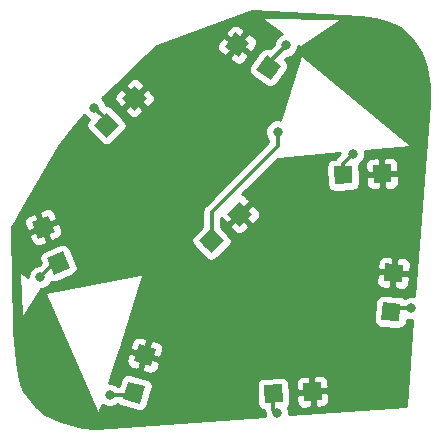
<source format=gtl>
G04 #@! TF.GenerationSoftware,KiCad,Pcbnew,(5.0.0)*
G04 #@! TF.CreationDate,2018-10-20T01:37:56+02:00*
G04 #@! TF.ProjectId,rubylife,727562796C6966652E6B696361645F70,rev?*
G04 #@! TF.SameCoordinates,Original*
G04 #@! TF.FileFunction,Copper,L1,Top,Signal*
G04 #@! TF.FilePolarity,Positive*
%FSLAX46Y46*%
G04 Gerber Fmt 4.6, Leading zero omitted, Abs format (unit mm)*
G04 Created by KiCad (PCBNEW (5.0.0)) date 10/20/18 01:37:56*
%MOMM*%
%LPD*%
G01*
G04 APERTURE LIST*
G04 #@! TA.AperFunction,SMDPad,CuDef*
%ADD10C,1.500000*%
G04 #@! TD*
G04 #@! TA.AperFunction,Conductor*
%ADD11C,0.100000*%
G04 #@! TD*
G04 #@! TA.AperFunction,ViaPad*
%ADD12C,0.800000*%
G04 #@! TD*
G04 #@! TA.AperFunction,Conductor*
%ADD13C,0.300000*%
G04 #@! TD*
G04 #@! TA.AperFunction,Conductor*
%ADD14C,0.254000*%
G04 #@! TD*
G04 APERTURE END LIST*
D10*
G04 #@! TO.P,D1,2*
G04 #@! TO.N,VCC*
X115506734Y-63374703D03*
D11*
G04 #@! TD*
G04 #@! TO.N,VCC*
G04 #@! TO.C,D1*
G36*
X115543751Y-62314689D02*
X116566748Y-63411720D01*
X115469717Y-64434717D01*
X114446720Y-63337686D01*
X115543751Y-62314689D01*
X115543751Y-62314689D01*
G37*
D10*
G04 #@! TO.P,D1,1*
G04 #@! TO.N,Net-(D1-Pad1)*
X113093266Y-65625297D03*
D11*
G04 #@! TD*
G04 #@! TO.N,Net-(D1-Pad1)*
G04 #@! TO.C,D1*
G36*
X113130283Y-64565283D02*
X114153280Y-65662314D01*
X113056249Y-66685311D01*
X112033252Y-65588280D01*
X113130283Y-64565283D01*
X113130283Y-64565283D01*
G37*
D10*
G04 #@! TO.P,D2,2*
G04 #@! TO.N,VCC*
X98855294Y-64481167D03*
D11*
G04 #@! TD*
G04 #@! TO.N,VCC*
G04 #@! TO.C,D2*
G36*
X97871867Y-64083837D02*
X99252624Y-63497740D01*
X99838721Y-64878497D01*
X98457964Y-65464594D01*
X97871867Y-64083837D01*
X97871867Y-64083837D01*
G37*
D10*
G04 #@! TO.P,D2,1*
G04 #@! TO.N,Net-(D2-Pad1)*
X100144706Y-67518833D03*
D11*
G04 #@! TD*
G04 #@! TO.N,Net-(D2-Pad1)*
G04 #@! TO.C,D2*
G36*
X99161279Y-67121503D02*
X100542036Y-66535406D01*
X101128133Y-67916163D01*
X99747376Y-68502260D01*
X99161279Y-67121503D01*
X99161279Y-67121503D01*
G37*
D10*
G04 #@! TO.P,D3,2*
G04 #@! TO.N,VCC*
X115265122Y-49030154D03*
D11*
G04 #@! TD*
G04 #@! TO.N,VCC*
G04 #@! TO.C,D3*
G36*
X114217520Y-49196078D02*
X115099198Y-47982552D01*
X116312724Y-48864230D01*
X115431046Y-50077756D01*
X114217520Y-49196078D01*
X114217520Y-49196078D01*
G37*
D10*
G04 #@! TO.P,D3,1*
G04 #@! TO.N,Net-(D3-Pad1)*
X117934878Y-50969846D03*
D11*
G04 #@! TD*
G04 #@! TO.N,Net-(D3-Pad1)*
G04 #@! TO.C,D3*
G36*
X116887276Y-51135770D02*
X117768954Y-49922244D01*
X118982480Y-50803922D01*
X118100802Y-52017448D01*
X116887276Y-51135770D01*
X116887276Y-51135770D01*
G37*
D10*
G04 #@! TO.P,D4,2*
G04 #@! TO.N,VCC*
X107454802Y-75313918D03*
D11*
G04 #@! TD*
G04 #@! TO.N,VCC*
G04 #@! TO.C,D4*
G36*
X106940584Y-74386244D02*
X108382476Y-74799700D01*
X107969020Y-76241592D01*
X106527128Y-75828136D01*
X106940584Y-74386244D01*
X106940584Y-74386244D01*
G37*
D10*
G04 #@! TO.P,D4,1*
G04 #@! TO.N,Net-(D4-Pad1)*
X106545198Y-78486082D03*
D11*
G04 #@! TD*
G04 #@! TO.N,Net-(D4-Pad1)*
G04 #@! TO.C,D4*
G36*
X106030980Y-77558408D02*
X107472872Y-77971864D01*
X107059416Y-79413756D01*
X105617524Y-79000300D01*
X106030980Y-77558408D01*
X106030980Y-77558408D01*
G37*
D10*
G04 #@! TO.P,D5,2*
G04 #@! TO.N,VCC*
X127548995Y-59942416D03*
D11*
G04 #@! TD*
G04 #@! TO.N,VCC*
G04 #@! TO.C,D5*
G36*
X128272363Y-59166698D02*
X128324713Y-60665784D01*
X126825627Y-60718134D01*
X126773277Y-59219048D01*
X128272363Y-59166698D01*
X128272363Y-59166698D01*
G37*
D10*
G04 #@! TO.P,D5,1*
G04 #@! TO.N,Net-(D5-Pad1)*
X124251005Y-60057584D03*
D11*
G04 #@! TD*
G04 #@! TO.N,Net-(D5-Pad1)*
G04 #@! TO.C,D5*
G36*
X124974373Y-59281866D02*
X125026723Y-60780952D01*
X123527637Y-60833302D01*
X123475287Y-59334216D01*
X124974373Y-59281866D01*
X124974373Y-59281866D01*
G37*
D10*
G04 #@! TO.P,D6,2*
G04 #@! TO.N,VCC*
X106586911Y-53553814D03*
D11*
G04 #@! TD*
G04 #@! TO.N,VCC*
G04 #@! TO.C,D6*
G36*
X106605422Y-52493315D02*
X107647410Y-53572325D01*
X106568400Y-54614313D01*
X105526412Y-53535303D01*
X106605422Y-52493315D01*
X106605422Y-52493315D01*
G37*
D10*
G04 #@! TO.P,D6,1*
G04 #@! TO.N,Net-(D6-Pad1)*
X104213089Y-55846186D03*
D11*
G04 #@! TD*
G04 #@! TO.N,Net-(D6-Pad1)*
G04 #@! TO.C,D6*
G36*
X104231600Y-54785687D02*
X105273588Y-55864697D01*
X104194578Y-56906685D01*
X103152590Y-55827675D01*
X104231600Y-54785687D01*
X104231600Y-54785687D01*
G37*
D10*
G04 #@! TO.P,D7,2*
G04 #@! TO.N,VCC*
X121647732Y-78413646D03*
D11*
G04 #@! TD*
G04 #@! TO.N,VCC*
G04 #@! TO.C,D7*
G36*
X122357452Y-77625422D02*
X122435956Y-79123366D01*
X120938012Y-79201870D01*
X120859508Y-77703926D01*
X122357452Y-77625422D01*
X122357452Y-77625422D01*
G37*
D10*
G04 #@! TO.P,D7,1*
G04 #@! TO.N,Net-(D7-Pad1)*
X118352254Y-78586354D03*
D11*
G04 #@! TD*
G04 #@! TO.N,Net-(D7-Pad1)*
G04 #@! TO.C,D7*
G36*
X119061974Y-77798130D02*
X119140478Y-79296074D01*
X117642534Y-79374578D01*
X117564030Y-77876634D01*
X119061974Y-77798130D01*
X119061974Y-77798130D01*
G37*
D10*
G04 #@! TO.P,D8,2*
G04 #@! TO.N,VCC*
X128515098Y-68354019D03*
D11*
G04 #@! TD*
G04 #@! TO.N,VCC*
G04 #@! TO.C,D8*
G36*
X127819242Y-67553529D02*
X129315588Y-67658163D01*
X129210954Y-69154509D01*
X127714608Y-69049875D01*
X127819242Y-67553529D01*
X127819242Y-67553529D01*
G37*
D10*
G04 #@! TO.P,D8,1*
G04 #@! TO.N,Net-(D8-Pad1)*
X128284902Y-71645981D03*
D11*
G04 #@! TD*
G04 #@! TO.N,Net-(D8-Pad1)*
G04 #@! TO.C,D8*
G36*
X127589046Y-70845491D02*
X129085392Y-70950125D01*
X128980758Y-72446471D01*
X127484412Y-72341837D01*
X127589046Y-70845491D01*
X127589046Y-70845491D01*
G37*
D12*
G04 #@! TO.N,VCC*
X129000000Y-79100000D03*
X97000000Y-72900000D03*
X124900000Y-47000000D03*
G04 #@! TO.N,Net-(D1-Pad1)*
X118700000Y-56400000D03*
G04 #@! TO.N,Net-(D2-Pad1)*
X98600000Y-68700000D03*
G04 #@! TO.N,Net-(D3-Pad1)*
X119400000Y-49100000D03*
G04 #@! TO.N,Net-(D4-Pad1)*
X104500000Y-78700000D03*
G04 #@! TO.N,Net-(D5-Pad1)*
X125050000Y-58300000D03*
G04 #@! TO.N,Net-(D6-Pad1)*
X103183098Y-54387397D03*
G04 #@! TO.N,Net-(D7-Pad1)*
X118645686Y-80238923D03*
G04 #@! TO.N,Net-(D8-Pad1)*
X130003581Y-71343432D03*
G04 #@! TD*
D13*
G04 #@! TO.N,Net-(D1-Pad1)*
X118700000Y-57600000D02*
X118700000Y-56400000D01*
X113112673Y-65220698D02*
X113112673Y-63187327D01*
X113112673Y-63187327D02*
X118700000Y-57600000D01*
G04 #@! TO.N,Net-(D2-Pad1)*
X98600000Y-68650000D02*
X98600000Y-68700000D01*
X99781167Y-67518833D02*
X98600000Y-68700000D01*
X100144706Y-67518833D02*
X99781167Y-67518833D01*
G04 #@! TO.N,Net-(D3-Pad1)*
X117934878Y-50565122D02*
X119400000Y-49100000D01*
X117934878Y-50969846D02*
X117934878Y-50565122D01*
G04 #@! TO.N,Net-(D4-Pad1)*
X105551696Y-78697703D02*
X105549399Y-78700000D01*
X106327890Y-78697703D02*
X105551696Y-78697703D01*
X104500000Y-78700000D02*
X105000000Y-78700000D01*
X105549399Y-78700000D02*
X105000000Y-78700000D01*
X105000000Y-78700000D02*
X104750000Y-78700000D01*
G04 #@! TO.N,Net-(D5-Pad1)*
X124251005Y-59098995D02*
X125050000Y-58300000D01*
X124251005Y-60057584D02*
X124251005Y-59098995D01*
G04 #@! TO.N,Net-(D6-Pad1)*
X103187397Y-54387397D02*
X103183098Y-54387397D01*
X103798492Y-54998492D02*
X103187397Y-54387397D01*
X103798492Y-55007390D02*
X103798492Y-54998492D01*
X104328891Y-55537789D02*
X103798492Y-55007390D01*
G04 #@! TO.N,Net-(D7-Pad1)*
X118650000Y-80234609D02*
X118645686Y-80238923D01*
X118352254Y-79945491D02*
X118645686Y-80238923D01*
X118352254Y-78586354D02*
X118352254Y-79945491D01*
G04 #@! TO.N,Net-(D8-Pad1)*
X130043432Y-71343432D02*
X130003581Y-71343432D01*
X130046711Y-71346711D02*
X130043432Y-71343432D01*
X128505829Y-71346711D02*
X130003581Y-71343432D01*
G04 #@! TD*
D14*
G04 #@! TO.N,VCC*
G36*
X125726976Y-46707119D02*
X126976340Y-46899328D01*
X127904456Y-47084951D01*
X128574173Y-47336095D01*
X129047670Y-47651761D01*
X130158562Y-48762653D01*
X130865720Y-49734996D01*
X131304274Y-50962949D01*
X131490001Y-52541623D01*
X131490000Y-53973038D01*
X130246595Y-70323816D01*
X130209455Y-70308432D01*
X129797707Y-70308432D01*
X129469451Y-70444400D01*
X129374278Y-70370709D01*
X129130555Y-70304262D01*
X127634209Y-70199628D01*
X127383610Y-70231508D01*
X127164287Y-70356862D01*
X127009630Y-70556605D01*
X126943183Y-70800328D01*
X126838549Y-72296674D01*
X126870429Y-72547273D01*
X126995783Y-72766596D01*
X127195526Y-72921253D01*
X127439249Y-72987700D01*
X128935595Y-73092334D01*
X129186194Y-73060454D01*
X129405517Y-72935100D01*
X129560174Y-72735357D01*
X129626621Y-72491634D01*
X129639130Y-72312747D01*
X129797707Y-72378432D01*
X130090351Y-72378432D01*
X129538524Y-79634953D01*
X119680686Y-80331232D01*
X119680686Y-80033049D01*
X119570637Y-79767367D01*
X119621620Y-79729296D01*
X119750782Y-79512194D01*
X119787031Y-79262190D01*
X119761315Y-78771490D01*
X120279585Y-78771490D01*
X120297272Y-79108968D01*
X120310493Y-79361240D01*
X120419248Y-79589250D01*
X120606981Y-79758284D01*
X120845109Y-79842610D01*
X121434859Y-79811703D01*
X121585083Y-79644862D01*
X121527553Y-78547119D01*
X120429809Y-78604649D01*
X120279585Y-78771490D01*
X119761315Y-78771490D01*
X119748860Y-78533825D01*
X121781205Y-78533825D01*
X121838735Y-79631569D01*
X122005576Y-79781793D01*
X122595325Y-79750885D01*
X122823335Y-79642130D01*
X122992371Y-79454398D01*
X123076696Y-79216270D01*
X123063475Y-78963997D01*
X123045789Y-78626519D01*
X122878948Y-78476295D01*
X121781205Y-78533825D01*
X119748860Y-78533825D01*
X119708527Y-77764246D01*
X119669614Y-77611022D01*
X120218768Y-77611022D01*
X120231989Y-77863295D01*
X120249675Y-78200773D01*
X120416516Y-78350997D01*
X121514259Y-78293467D01*
X121456729Y-77195723D01*
X121441966Y-77182430D01*
X121710381Y-77182430D01*
X121767911Y-78280173D01*
X122865655Y-78222643D01*
X123015879Y-78055802D01*
X122998192Y-77718324D01*
X122984971Y-77466052D01*
X122876216Y-77238042D01*
X122688483Y-77069008D01*
X122450355Y-76984682D01*
X121860605Y-77015589D01*
X121710381Y-77182430D01*
X121441966Y-77182430D01*
X121289888Y-77045499D01*
X120700139Y-77076407D01*
X120472129Y-77185162D01*
X120303093Y-77372894D01*
X120218768Y-77611022D01*
X119669614Y-77611022D01*
X119646344Y-77519400D01*
X119495196Y-77316988D01*
X119278094Y-77187826D01*
X119028090Y-77151577D01*
X117530146Y-77230081D01*
X117285300Y-77292264D01*
X117082888Y-77443412D01*
X116953726Y-77660514D01*
X116917477Y-77910518D01*
X116995981Y-79408462D01*
X117058164Y-79653308D01*
X117209312Y-79855720D01*
X117426414Y-79984882D01*
X117563670Y-80004783D01*
X117610686Y-80241154D01*
X117610686Y-80444797D01*
X117623823Y-80476512D01*
X103302228Y-81488075D01*
X102118537Y-81397021D01*
X100342418Y-80929622D01*
X98994207Y-80300458D01*
X98219105Y-79611480D01*
X97215875Y-78334642D01*
X96978710Y-77781259D01*
X96796084Y-76959444D01*
X96605280Y-75910023D01*
X96409417Y-73265873D01*
X96301448Y-68407245D01*
X96773207Y-68407245D01*
X96973207Y-71907245D01*
X96995196Y-71971730D01*
X97030624Y-72006377D01*
X97076613Y-72024828D01*
X97126163Y-72024276D01*
X97171730Y-72004804D01*
X97206377Y-71969376D01*
X98424032Y-70102305D01*
X98973021Y-70102305D01*
X98983569Y-70150723D01*
X103383569Y-80250723D01*
X103418042Y-80297015D01*
X103461407Y-80320994D01*
X103510647Y-80326553D01*
X103558266Y-80312845D01*
X103597015Y-80281958D01*
X103620994Y-80238593D01*
X103851673Y-79515384D01*
X103913720Y-79577431D01*
X104294126Y-79735000D01*
X104705874Y-79735000D01*
X105086280Y-79577431D01*
X105178711Y-79485000D01*
X105195865Y-79485000D01*
X105214483Y-79506992D01*
X105439065Y-79622659D01*
X106880957Y-80036115D01*
X107132708Y-80057034D01*
X107373301Y-79980020D01*
X107566108Y-79816797D01*
X107681775Y-79592215D01*
X108095231Y-78150323D01*
X108116150Y-77898572D01*
X108039136Y-77657979D01*
X107875913Y-77465172D01*
X107651331Y-77349505D01*
X106209439Y-76936049D01*
X105957688Y-76915130D01*
X105717095Y-76992144D01*
X105524288Y-77155367D01*
X105408621Y-77379949D01*
X105255198Y-77915000D01*
X105178711Y-77915000D01*
X105086280Y-77822569D01*
X104705874Y-77665000D01*
X104441881Y-77665000D01*
X105044878Y-75774523D01*
X105881911Y-75774523D01*
X105910508Y-76025517D01*
X106032980Y-76246463D01*
X106230681Y-76403722D01*
X106473514Y-76473353D01*
X106798364Y-76566502D01*
X106868416Y-76527671D01*
X107238882Y-76527671D01*
X107347725Y-76724029D01*
X107672575Y-76817178D01*
X107915407Y-76886809D01*
X108166402Y-76858212D01*
X108387347Y-76735739D01*
X108544606Y-76538038D01*
X108707386Y-75970356D01*
X108598543Y-75773999D01*
X107541876Y-75471004D01*
X107238882Y-76527671D01*
X106868416Y-76527671D01*
X106994721Y-76457659D01*
X107297716Y-75400992D01*
X106690389Y-75226844D01*
X107611888Y-75226844D01*
X108668555Y-75529838D01*
X108864913Y-75420995D01*
X109027693Y-74853313D01*
X108999096Y-74602319D01*
X108876624Y-74381373D01*
X108678923Y-74224114D01*
X108436090Y-74154483D01*
X108111240Y-74061334D01*
X107914883Y-74170177D01*
X107611888Y-75226844D01*
X106690389Y-75226844D01*
X106241049Y-75097998D01*
X106044691Y-75206841D01*
X105881911Y-75774523D01*
X105044878Y-75774523D01*
X105401176Y-74657480D01*
X106202218Y-74657480D01*
X106311061Y-74853837D01*
X107367728Y-75156832D01*
X107670722Y-74100165D01*
X107561879Y-73903807D01*
X107237029Y-73810658D01*
X106994197Y-73741027D01*
X106743202Y-73769624D01*
X106522257Y-73892097D01*
X106364998Y-74089798D01*
X106202218Y-74657480D01*
X105401176Y-74657480D01*
X107163747Y-69131581D01*
X127072344Y-69131581D01*
X127152501Y-69371145D01*
X127318233Y-69561799D01*
X127544310Y-69674517D01*
X127796314Y-69692139D01*
X128133431Y-69715712D01*
X128282485Y-69586141D01*
X128556250Y-69586141D01*
X128703539Y-69755578D01*
X129040657Y-69779152D01*
X129292661Y-69796774D01*
X129532225Y-69716616D01*
X129722878Y-69550883D01*
X129835596Y-69324806D01*
X129876791Y-68735686D01*
X129729502Y-68566249D01*
X128632930Y-68489569D01*
X128556250Y-69586141D01*
X128282485Y-69586141D01*
X128302868Y-69568423D01*
X128379548Y-68471851D01*
X127282976Y-68395171D01*
X127113539Y-68542460D01*
X127072344Y-69131581D01*
X107163747Y-69131581D01*
X107320994Y-68638593D01*
X107327000Y-68600000D01*
X107317333Y-68551399D01*
X107289803Y-68510197D01*
X107248601Y-68482667D01*
X107200000Y-68473000D01*
X107100000Y-68473000D01*
X107076595Y-68475175D01*
X99076595Y-69975175D01*
X99049277Y-69983569D01*
X99008582Y-70011842D01*
X98981804Y-70053537D01*
X98973021Y-70102305D01*
X98424032Y-70102305D01*
X98663579Y-69735000D01*
X98805874Y-69735000D01*
X99186280Y-69577431D01*
X99477431Y-69286280D01*
X99549982Y-69111126D01*
X99753026Y-69149675D01*
X100000351Y-69098232D01*
X101381108Y-68512135D01*
X101589920Y-68369960D01*
X101677625Y-68236187D01*
X128650648Y-68236187D01*
X129747220Y-68312867D01*
X129916657Y-68165578D01*
X129957852Y-67576457D01*
X129877695Y-67336893D01*
X129711963Y-67146239D01*
X129485886Y-67033521D01*
X129233882Y-67015899D01*
X128896765Y-66992326D01*
X128727328Y-67139615D01*
X128650648Y-68236187D01*
X101677625Y-68236187D01*
X101728429Y-68158698D01*
X101763807Y-67972352D01*
X127153405Y-67972352D01*
X127300694Y-68141789D01*
X128397266Y-68218469D01*
X128473946Y-67121897D01*
X128326657Y-66952460D01*
X127989539Y-66928886D01*
X127737535Y-66911264D01*
X127497971Y-66991422D01*
X127307318Y-67157155D01*
X127194600Y-67383232D01*
X127153405Y-67972352D01*
X101763807Y-67972352D01*
X101775548Y-67910513D01*
X101724105Y-67663188D01*
X101138008Y-66282431D01*
X100995833Y-66073619D01*
X100784571Y-65935110D01*
X100536386Y-65887991D01*
X100289061Y-65939434D01*
X98908304Y-66525531D01*
X98699492Y-66667706D01*
X98560983Y-66878968D01*
X98513864Y-67127153D01*
X98565307Y-67374478D01*
X98639821Y-67550022D01*
X98524843Y-67665000D01*
X98394126Y-67665000D01*
X98013720Y-67822569D01*
X97722569Y-68113720D01*
X97565000Y-68494126D01*
X97565000Y-68713959D01*
X96973239Y-68296245D01*
X96941828Y-68280086D01*
X96892755Y-68273207D01*
X96844785Y-68285631D01*
X96805220Y-68315467D01*
X96780086Y-68358172D01*
X96773207Y-68407245D01*
X96301448Y-68407245D01*
X96232073Y-65285364D01*
X97692046Y-65285364D01*
X97922796Y-65828976D01*
X98102976Y-66006039D01*
X98337200Y-66100672D01*
X98589809Y-66098468D01*
X98822346Y-65999762D01*
X99133422Y-65867718D01*
X99217524Y-65659559D01*
X98788013Y-64647694D01*
X97776148Y-65077205D01*
X97692046Y-65285364D01*
X96232073Y-65285364D01*
X96214240Y-64482933D01*
X96514440Y-63963074D01*
X97235789Y-63963074D01*
X97237994Y-64215683D01*
X97468743Y-64759295D01*
X97676902Y-64843397D01*
X98371758Y-64548448D01*
X99021821Y-64548448D01*
X99451332Y-65560313D01*
X99659491Y-65644415D01*
X99844969Y-65565684D01*
X111386206Y-65565684D01*
X111426813Y-65815018D01*
X111559744Y-66029833D01*
X112582741Y-67126864D01*
X112787760Y-67274456D01*
X113033653Y-67332357D01*
X113282987Y-67291750D01*
X113497802Y-67158819D01*
X114594833Y-66135822D01*
X114742425Y-65930803D01*
X114800326Y-65684910D01*
X114759719Y-65435576D01*
X114626788Y-65220761D01*
X113981017Y-64528255D01*
X114688690Y-64528255D01*
X114919165Y-64775409D01*
X115091451Y-64960163D01*
X115321324Y-65064922D01*
X115573789Y-65073738D01*
X115810410Y-64985269D01*
X116242317Y-64582509D01*
X116250153Y-64358139D01*
X115500466Y-63554199D01*
X114696525Y-64303885D01*
X114688690Y-64528255D01*
X113981017Y-64528255D01*
X113897673Y-64438880D01*
X113897673Y-63679993D01*
X114068453Y-63863132D01*
X114298928Y-64110286D01*
X114523298Y-64118122D01*
X115313794Y-63380971D01*
X115686230Y-63380971D01*
X116435916Y-64184912D01*
X116660286Y-64192747D01*
X117092194Y-63789987D01*
X117196953Y-63560114D01*
X117205770Y-63307649D01*
X117117301Y-63071028D01*
X116945015Y-62886274D01*
X116714540Y-62639120D01*
X116490170Y-62631284D01*
X115686230Y-63380971D01*
X115313794Y-63380971D01*
X115327238Y-63368435D01*
X115313598Y-63353808D01*
X115499362Y-63180580D01*
X115513002Y-63195207D01*
X116316943Y-62445521D01*
X116324778Y-62221151D01*
X116094303Y-61973997D01*
X115922017Y-61789243D01*
X115715177Y-61694980D01*
X118736656Y-58673501D01*
X124013535Y-58226308D01*
X123750595Y-58489248D01*
X123685053Y-58533042D01*
X123641259Y-58598584D01*
X123641256Y-58598587D01*
X123585158Y-58682544D01*
X123452691Y-58687170D01*
X123206798Y-58745071D01*
X123001779Y-58892663D01*
X122868848Y-59107478D01*
X122828241Y-59356812D01*
X122880591Y-60855898D01*
X122938492Y-61101791D01*
X123086084Y-61306810D01*
X123300899Y-61439741D01*
X123550233Y-61480348D01*
X125049319Y-61427998D01*
X125295212Y-61370097D01*
X125500231Y-61222505D01*
X125633162Y-61007690D01*
X125673769Y-60758356D01*
X125656936Y-60276328D01*
X126174811Y-60276328D01*
X126186605Y-60614063D01*
X126195421Y-60866528D01*
X126300181Y-61096401D01*
X126484935Y-61268686D01*
X126721556Y-61357155D01*
X127311755Y-61336545D01*
X127464868Y-61172351D01*
X127426505Y-60073771D01*
X126327924Y-60112134D01*
X126174811Y-60276328D01*
X125656936Y-60276328D01*
X125649553Y-60064906D01*
X127680350Y-60064906D01*
X127718713Y-61163487D01*
X127882907Y-61316600D01*
X128473106Y-61295990D01*
X128702979Y-61191230D01*
X128875265Y-61006477D01*
X128963734Y-60769856D01*
X128954918Y-60517391D01*
X128943124Y-60179656D01*
X128778930Y-60026543D01*
X127680350Y-60064906D01*
X125649553Y-60064906D01*
X125621419Y-59259270D01*
X125605181Y-59190312D01*
X125636280Y-59177431D01*
X125698735Y-59114976D01*
X126134256Y-59114976D01*
X126143072Y-59367441D01*
X126154866Y-59705176D01*
X126319060Y-59858289D01*
X127417640Y-59819926D01*
X127379277Y-58721345D01*
X127369772Y-58712481D01*
X127633122Y-58712481D01*
X127671485Y-59811061D01*
X128770066Y-59772698D01*
X128923179Y-59608504D01*
X128911385Y-59270769D01*
X128902569Y-59018304D01*
X128797809Y-58788431D01*
X128613055Y-58616146D01*
X128376434Y-58527677D01*
X127786235Y-58548287D01*
X127633122Y-58712481D01*
X127369772Y-58712481D01*
X127215083Y-58568232D01*
X126624884Y-58588842D01*
X126395011Y-58693602D01*
X126222725Y-58878355D01*
X126134256Y-59114976D01*
X125698735Y-59114976D01*
X125927431Y-58886280D01*
X126085000Y-58505874D01*
X126085000Y-58094126D01*
X126067646Y-58052231D01*
X129910724Y-57726546D01*
X129959506Y-57712196D01*
X129997912Y-57680884D01*
X130021412Y-57637258D01*
X130026428Y-57587959D01*
X130012196Y-57540494D01*
X129980884Y-57502088D01*
X120780884Y-49902088D01*
X120736752Y-49878434D01*
X120687434Y-49873623D01*
X120640028Y-49888052D01*
X120601752Y-49919524D01*
X120578434Y-49963248D01*
X118940953Y-55379530D01*
X118905874Y-55365000D01*
X118494126Y-55365000D01*
X118113720Y-55522569D01*
X117822569Y-55813720D01*
X117665000Y-56194126D01*
X117665000Y-56605874D01*
X117822569Y-56986280D01*
X117915000Y-57078711D01*
X117915000Y-57274843D01*
X112612263Y-62577580D01*
X112546721Y-62621374D01*
X112502927Y-62686916D01*
X112502924Y-62686919D01*
X112373219Y-62881036D01*
X112312295Y-63187327D01*
X112327674Y-63264643D01*
X112327673Y-64428465D01*
X111591699Y-65114772D01*
X111444107Y-65319791D01*
X111386206Y-65565684D01*
X99844969Y-65565684D01*
X99970567Y-65512371D01*
X100203104Y-65413665D01*
X100380167Y-65233484D01*
X100474799Y-64999260D01*
X100472594Y-64746651D01*
X100241845Y-64203039D01*
X100033686Y-64118937D01*
X99021821Y-64548448D01*
X98371758Y-64548448D01*
X98688767Y-64413886D01*
X98259256Y-63402021D01*
X98051097Y-63317919D01*
X97740021Y-63449963D01*
X97507484Y-63548669D01*
X97330421Y-63728850D01*
X97235789Y-63963074D01*
X96514440Y-63963074D01*
X96895739Y-63302775D01*
X98493064Y-63302775D01*
X98922575Y-64314640D01*
X99934440Y-63885129D01*
X100018542Y-63676970D01*
X99787792Y-63133358D01*
X99607612Y-62956295D01*
X99373388Y-62861662D01*
X99120779Y-62863866D01*
X98888242Y-62962572D01*
X98577166Y-63094616D01*
X98493064Y-63302775D01*
X96895739Y-63302775D01*
X100193554Y-57591927D01*
X101347019Y-56053974D01*
X102322168Y-54990178D01*
X102596818Y-55264828D01*
X102741395Y-55324714D01*
X102702840Y-55361946D01*
X102558849Y-55569509D01*
X102505249Y-55816376D01*
X102550200Y-56064963D01*
X102686861Y-56277425D01*
X103728849Y-57356435D01*
X103936412Y-57500426D01*
X104183279Y-57554026D01*
X104431866Y-57509075D01*
X104644328Y-57372414D01*
X105723338Y-56330426D01*
X105867329Y-56122863D01*
X105920929Y-55875996D01*
X105875978Y-55627409D01*
X105739317Y-55414947D01*
X105069632Y-54721467D01*
X105789124Y-54721467D01*
X106023878Y-54964562D01*
X106199361Y-55146281D01*
X106431028Y-55247012D01*
X106683608Y-55251420D01*
X106918649Y-55158835D01*
X107343461Y-54748598D01*
X107347380Y-54524126D01*
X106583776Y-53733392D01*
X105793042Y-54496995D01*
X105789124Y-54721467D01*
X105069632Y-54721467D01*
X104697329Y-54335937D01*
X104489766Y-54191946D01*
X104242899Y-54138346D01*
X104203188Y-54145527D01*
X104060529Y-53801117D01*
X103909922Y-53650510D01*
X104889304Y-53650510D01*
X104981889Y-53885551D01*
X105157373Y-54067270D01*
X105392127Y-54310364D01*
X105616599Y-54314283D01*
X106400840Y-53556949D01*
X106766489Y-53556949D01*
X107530092Y-54347683D01*
X107754564Y-54351601D01*
X108179377Y-53941364D01*
X108280108Y-53709698D01*
X108284518Y-53457118D01*
X108191933Y-53222077D01*
X108016449Y-53040358D01*
X107781695Y-52797264D01*
X107557223Y-52793345D01*
X106766489Y-53556949D01*
X106400840Y-53556949D01*
X106407333Y-53550679D01*
X105643730Y-52759945D01*
X105419258Y-52756027D01*
X104994445Y-53166264D01*
X104893714Y-53397930D01*
X104889304Y-53650510D01*
X103909922Y-53650510D01*
X103816694Y-53557282D01*
X104840841Y-52583502D01*
X105826442Y-52583502D01*
X106590046Y-53374236D01*
X107380780Y-52610633D01*
X107384698Y-52386161D01*
X107149944Y-52143066D01*
X106974461Y-51961347D01*
X106742794Y-51860616D01*
X106490214Y-51856208D01*
X106255173Y-51948793D01*
X105830361Y-52359030D01*
X105826442Y-52583502D01*
X104840841Y-52583502D01*
X106256934Y-51237052D01*
X116247807Y-51237052D01*
X116335243Y-51474057D01*
X116506720Y-51659560D01*
X117720246Y-52541238D01*
X117949660Y-52646999D01*
X118202084Y-52656917D01*
X118439089Y-52569481D01*
X118624592Y-52398004D01*
X119506270Y-51184478D01*
X119612031Y-50955064D01*
X119621949Y-50702640D01*
X119534513Y-50465635D01*
X119363036Y-50280132D01*
X119343917Y-50266241D01*
X119475158Y-50135000D01*
X119605874Y-50135000D01*
X119986280Y-49977431D01*
X120277431Y-49686280D01*
X120435000Y-49305874D01*
X120435000Y-49135718D01*
X120524327Y-49201993D01*
X120575093Y-49224534D01*
X120624646Y-49224586D01*
X120670447Y-49205670D01*
X123970447Y-47005670D01*
X124016559Y-46950428D01*
X124026984Y-46901984D01*
X124018078Y-46853238D01*
X123991195Y-46811611D01*
X123950428Y-46783441D01*
X123901984Y-46773016D01*
X117501984Y-46673016D01*
X117434729Y-46691056D01*
X117398007Y-46724327D01*
X117376812Y-46769119D01*
X117374371Y-46818612D01*
X117391056Y-46865271D01*
X117424327Y-46901993D01*
X119064325Y-48118765D01*
X118813720Y-48222569D01*
X118522569Y-48513720D01*
X118365000Y-48894126D01*
X118365000Y-49024842D01*
X118041282Y-49348560D01*
X117920096Y-49292693D01*
X117667672Y-49282775D01*
X117430667Y-49370211D01*
X117245164Y-49541688D01*
X116363486Y-50755214D01*
X116257725Y-50984628D01*
X116247807Y-51237052D01*
X106256934Y-51237052D01*
X107456102Y-50096860D01*
X114647095Y-50096860D01*
X114682216Y-50318602D01*
X115159988Y-50665724D01*
X115405627Y-50724697D01*
X115655136Y-50685179D01*
X115870528Y-50553186D01*
X116019014Y-50348813D01*
X116217651Y-50075413D01*
X116182530Y-49853671D01*
X115293218Y-49207548D01*
X114647095Y-50096860D01*
X107456102Y-50096860D01*
X108383149Y-49215406D01*
X108504396Y-49170660D01*
X113570579Y-49170660D01*
X113610098Y-49420168D01*
X113742091Y-49635561D01*
X114219863Y-49982683D01*
X114441605Y-49947562D01*
X115087728Y-49058250D01*
X115010387Y-49002058D01*
X115442516Y-49002058D01*
X116331828Y-49648181D01*
X116553570Y-49613060D01*
X116752207Y-49339660D01*
X116900693Y-49135287D01*
X116959665Y-48889648D01*
X116920146Y-48640140D01*
X116788153Y-48424747D01*
X116310381Y-48077625D01*
X116088639Y-48112746D01*
X115442516Y-49002058D01*
X115010387Y-49002058D01*
X114198416Y-48412127D01*
X113976674Y-48447248D01*
X113778037Y-48720648D01*
X113629551Y-48925021D01*
X113570579Y-49170660D01*
X108504396Y-49170660D01*
X111717437Y-47984895D01*
X114312593Y-47984895D01*
X114347714Y-48206637D01*
X115237026Y-48852760D01*
X115883149Y-47963448D01*
X115848028Y-47741706D01*
X115370256Y-47394584D01*
X115124617Y-47335611D01*
X114875108Y-47375129D01*
X114659716Y-47507122D01*
X114511230Y-47711495D01*
X114312593Y-47984895D01*
X111717437Y-47984895D01*
X116508479Y-46216773D01*
X125726976Y-46707119D01*
X125726976Y-46707119D01*
G37*
X125726976Y-46707119D02*
X126976340Y-46899328D01*
X127904456Y-47084951D01*
X128574173Y-47336095D01*
X129047670Y-47651761D01*
X130158562Y-48762653D01*
X130865720Y-49734996D01*
X131304274Y-50962949D01*
X131490001Y-52541623D01*
X131490000Y-53973038D01*
X130246595Y-70323816D01*
X130209455Y-70308432D01*
X129797707Y-70308432D01*
X129469451Y-70444400D01*
X129374278Y-70370709D01*
X129130555Y-70304262D01*
X127634209Y-70199628D01*
X127383610Y-70231508D01*
X127164287Y-70356862D01*
X127009630Y-70556605D01*
X126943183Y-70800328D01*
X126838549Y-72296674D01*
X126870429Y-72547273D01*
X126995783Y-72766596D01*
X127195526Y-72921253D01*
X127439249Y-72987700D01*
X128935595Y-73092334D01*
X129186194Y-73060454D01*
X129405517Y-72935100D01*
X129560174Y-72735357D01*
X129626621Y-72491634D01*
X129639130Y-72312747D01*
X129797707Y-72378432D01*
X130090351Y-72378432D01*
X129538524Y-79634953D01*
X119680686Y-80331232D01*
X119680686Y-80033049D01*
X119570637Y-79767367D01*
X119621620Y-79729296D01*
X119750782Y-79512194D01*
X119787031Y-79262190D01*
X119761315Y-78771490D01*
X120279585Y-78771490D01*
X120297272Y-79108968D01*
X120310493Y-79361240D01*
X120419248Y-79589250D01*
X120606981Y-79758284D01*
X120845109Y-79842610D01*
X121434859Y-79811703D01*
X121585083Y-79644862D01*
X121527553Y-78547119D01*
X120429809Y-78604649D01*
X120279585Y-78771490D01*
X119761315Y-78771490D01*
X119748860Y-78533825D01*
X121781205Y-78533825D01*
X121838735Y-79631569D01*
X122005576Y-79781793D01*
X122595325Y-79750885D01*
X122823335Y-79642130D01*
X122992371Y-79454398D01*
X123076696Y-79216270D01*
X123063475Y-78963997D01*
X123045789Y-78626519D01*
X122878948Y-78476295D01*
X121781205Y-78533825D01*
X119748860Y-78533825D01*
X119708527Y-77764246D01*
X119669614Y-77611022D01*
X120218768Y-77611022D01*
X120231989Y-77863295D01*
X120249675Y-78200773D01*
X120416516Y-78350997D01*
X121514259Y-78293467D01*
X121456729Y-77195723D01*
X121441966Y-77182430D01*
X121710381Y-77182430D01*
X121767911Y-78280173D01*
X122865655Y-78222643D01*
X123015879Y-78055802D01*
X122998192Y-77718324D01*
X122984971Y-77466052D01*
X122876216Y-77238042D01*
X122688483Y-77069008D01*
X122450355Y-76984682D01*
X121860605Y-77015589D01*
X121710381Y-77182430D01*
X121441966Y-77182430D01*
X121289888Y-77045499D01*
X120700139Y-77076407D01*
X120472129Y-77185162D01*
X120303093Y-77372894D01*
X120218768Y-77611022D01*
X119669614Y-77611022D01*
X119646344Y-77519400D01*
X119495196Y-77316988D01*
X119278094Y-77187826D01*
X119028090Y-77151577D01*
X117530146Y-77230081D01*
X117285300Y-77292264D01*
X117082888Y-77443412D01*
X116953726Y-77660514D01*
X116917477Y-77910518D01*
X116995981Y-79408462D01*
X117058164Y-79653308D01*
X117209312Y-79855720D01*
X117426414Y-79984882D01*
X117563670Y-80004783D01*
X117610686Y-80241154D01*
X117610686Y-80444797D01*
X117623823Y-80476512D01*
X103302228Y-81488075D01*
X102118537Y-81397021D01*
X100342418Y-80929622D01*
X98994207Y-80300458D01*
X98219105Y-79611480D01*
X97215875Y-78334642D01*
X96978710Y-77781259D01*
X96796084Y-76959444D01*
X96605280Y-75910023D01*
X96409417Y-73265873D01*
X96301448Y-68407245D01*
X96773207Y-68407245D01*
X96973207Y-71907245D01*
X96995196Y-71971730D01*
X97030624Y-72006377D01*
X97076613Y-72024828D01*
X97126163Y-72024276D01*
X97171730Y-72004804D01*
X97206377Y-71969376D01*
X98424032Y-70102305D01*
X98973021Y-70102305D01*
X98983569Y-70150723D01*
X103383569Y-80250723D01*
X103418042Y-80297015D01*
X103461407Y-80320994D01*
X103510647Y-80326553D01*
X103558266Y-80312845D01*
X103597015Y-80281958D01*
X103620994Y-80238593D01*
X103851673Y-79515384D01*
X103913720Y-79577431D01*
X104294126Y-79735000D01*
X104705874Y-79735000D01*
X105086280Y-79577431D01*
X105178711Y-79485000D01*
X105195865Y-79485000D01*
X105214483Y-79506992D01*
X105439065Y-79622659D01*
X106880957Y-80036115D01*
X107132708Y-80057034D01*
X107373301Y-79980020D01*
X107566108Y-79816797D01*
X107681775Y-79592215D01*
X108095231Y-78150323D01*
X108116150Y-77898572D01*
X108039136Y-77657979D01*
X107875913Y-77465172D01*
X107651331Y-77349505D01*
X106209439Y-76936049D01*
X105957688Y-76915130D01*
X105717095Y-76992144D01*
X105524288Y-77155367D01*
X105408621Y-77379949D01*
X105255198Y-77915000D01*
X105178711Y-77915000D01*
X105086280Y-77822569D01*
X104705874Y-77665000D01*
X104441881Y-77665000D01*
X105044878Y-75774523D01*
X105881911Y-75774523D01*
X105910508Y-76025517D01*
X106032980Y-76246463D01*
X106230681Y-76403722D01*
X106473514Y-76473353D01*
X106798364Y-76566502D01*
X106868416Y-76527671D01*
X107238882Y-76527671D01*
X107347725Y-76724029D01*
X107672575Y-76817178D01*
X107915407Y-76886809D01*
X108166402Y-76858212D01*
X108387347Y-76735739D01*
X108544606Y-76538038D01*
X108707386Y-75970356D01*
X108598543Y-75773999D01*
X107541876Y-75471004D01*
X107238882Y-76527671D01*
X106868416Y-76527671D01*
X106994721Y-76457659D01*
X107297716Y-75400992D01*
X106690389Y-75226844D01*
X107611888Y-75226844D01*
X108668555Y-75529838D01*
X108864913Y-75420995D01*
X109027693Y-74853313D01*
X108999096Y-74602319D01*
X108876624Y-74381373D01*
X108678923Y-74224114D01*
X108436090Y-74154483D01*
X108111240Y-74061334D01*
X107914883Y-74170177D01*
X107611888Y-75226844D01*
X106690389Y-75226844D01*
X106241049Y-75097998D01*
X106044691Y-75206841D01*
X105881911Y-75774523D01*
X105044878Y-75774523D01*
X105401176Y-74657480D01*
X106202218Y-74657480D01*
X106311061Y-74853837D01*
X107367728Y-75156832D01*
X107670722Y-74100165D01*
X107561879Y-73903807D01*
X107237029Y-73810658D01*
X106994197Y-73741027D01*
X106743202Y-73769624D01*
X106522257Y-73892097D01*
X106364998Y-74089798D01*
X106202218Y-74657480D01*
X105401176Y-74657480D01*
X107163747Y-69131581D01*
X127072344Y-69131581D01*
X127152501Y-69371145D01*
X127318233Y-69561799D01*
X127544310Y-69674517D01*
X127796314Y-69692139D01*
X128133431Y-69715712D01*
X128282485Y-69586141D01*
X128556250Y-69586141D01*
X128703539Y-69755578D01*
X129040657Y-69779152D01*
X129292661Y-69796774D01*
X129532225Y-69716616D01*
X129722878Y-69550883D01*
X129835596Y-69324806D01*
X129876791Y-68735686D01*
X129729502Y-68566249D01*
X128632930Y-68489569D01*
X128556250Y-69586141D01*
X128282485Y-69586141D01*
X128302868Y-69568423D01*
X128379548Y-68471851D01*
X127282976Y-68395171D01*
X127113539Y-68542460D01*
X127072344Y-69131581D01*
X107163747Y-69131581D01*
X107320994Y-68638593D01*
X107327000Y-68600000D01*
X107317333Y-68551399D01*
X107289803Y-68510197D01*
X107248601Y-68482667D01*
X107200000Y-68473000D01*
X107100000Y-68473000D01*
X107076595Y-68475175D01*
X99076595Y-69975175D01*
X99049277Y-69983569D01*
X99008582Y-70011842D01*
X98981804Y-70053537D01*
X98973021Y-70102305D01*
X98424032Y-70102305D01*
X98663579Y-69735000D01*
X98805874Y-69735000D01*
X99186280Y-69577431D01*
X99477431Y-69286280D01*
X99549982Y-69111126D01*
X99753026Y-69149675D01*
X100000351Y-69098232D01*
X101381108Y-68512135D01*
X101589920Y-68369960D01*
X101677625Y-68236187D01*
X128650648Y-68236187D01*
X129747220Y-68312867D01*
X129916657Y-68165578D01*
X129957852Y-67576457D01*
X129877695Y-67336893D01*
X129711963Y-67146239D01*
X129485886Y-67033521D01*
X129233882Y-67015899D01*
X128896765Y-66992326D01*
X128727328Y-67139615D01*
X128650648Y-68236187D01*
X101677625Y-68236187D01*
X101728429Y-68158698D01*
X101763807Y-67972352D01*
X127153405Y-67972352D01*
X127300694Y-68141789D01*
X128397266Y-68218469D01*
X128473946Y-67121897D01*
X128326657Y-66952460D01*
X127989539Y-66928886D01*
X127737535Y-66911264D01*
X127497971Y-66991422D01*
X127307318Y-67157155D01*
X127194600Y-67383232D01*
X127153405Y-67972352D01*
X101763807Y-67972352D01*
X101775548Y-67910513D01*
X101724105Y-67663188D01*
X101138008Y-66282431D01*
X100995833Y-66073619D01*
X100784571Y-65935110D01*
X100536386Y-65887991D01*
X100289061Y-65939434D01*
X98908304Y-66525531D01*
X98699492Y-66667706D01*
X98560983Y-66878968D01*
X98513864Y-67127153D01*
X98565307Y-67374478D01*
X98639821Y-67550022D01*
X98524843Y-67665000D01*
X98394126Y-67665000D01*
X98013720Y-67822569D01*
X97722569Y-68113720D01*
X97565000Y-68494126D01*
X97565000Y-68713959D01*
X96973239Y-68296245D01*
X96941828Y-68280086D01*
X96892755Y-68273207D01*
X96844785Y-68285631D01*
X96805220Y-68315467D01*
X96780086Y-68358172D01*
X96773207Y-68407245D01*
X96301448Y-68407245D01*
X96232073Y-65285364D01*
X97692046Y-65285364D01*
X97922796Y-65828976D01*
X98102976Y-66006039D01*
X98337200Y-66100672D01*
X98589809Y-66098468D01*
X98822346Y-65999762D01*
X99133422Y-65867718D01*
X99217524Y-65659559D01*
X98788013Y-64647694D01*
X97776148Y-65077205D01*
X97692046Y-65285364D01*
X96232073Y-65285364D01*
X96214240Y-64482933D01*
X96514440Y-63963074D01*
X97235789Y-63963074D01*
X97237994Y-64215683D01*
X97468743Y-64759295D01*
X97676902Y-64843397D01*
X98371758Y-64548448D01*
X99021821Y-64548448D01*
X99451332Y-65560313D01*
X99659491Y-65644415D01*
X99844969Y-65565684D01*
X111386206Y-65565684D01*
X111426813Y-65815018D01*
X111559744Y-66029833D01*
X112582741Y-67126864D01*
X112787760Y-67274456D01*
X113033653Y-67332357D01*
X113282987Y-67291750D01*
X113497802Y-67158819D01*
X114594833Y-66135822D01*
X114742425Y-65930803D01*
X114800326Y-65684910D01*
X114759719Y-65435576D01*
X114626788Y-65220761D01*
X113981017Y-64528255D01*
X114688690Y-64528255D01*
X114919165Y-64775409D01*
X115091451Y-64960163D01*
X115321324Y-65064922D01*
X115573789Y-65073738D01*
X115810410Y-64985269D01*
X116242317Y-64582509D01*
X116250153Y-64358139D01*
X115500466Y-63554199D01*
X114696525Y-64303885D01*
X114688690Y-64528255D01*
X113981017Y-64528255D01*
X113897673Y-64438880D01*
X113897673Y-63679993D01*
X114068453Y-63863132D01*
X114298928Y-64110286D01*
X114523298Y-64118122D01*
X115313794Y-63380971D01*
X115686230Y-63380971D01*
X116435916Y-64184912D01*
X116660286Y-64192747D01*
X117092194Y-63789987D01*
X117196953Y-63560114D01*
X117205770Y-63307649D01*
X117117301Y-63071028D01*
X116945015Y-62886274D01*
X116714540Y-62639120D01*
X116490170Y-62631284D01*
X115686230Y-63380971D01*
X115313794Y-63380971D01*
X115327238Y-63368435D01*
X115313598Y-63353808D01*
X115499362Y-63180580D01*
X115513002Y-63195207D01*
X116316943Y-62445521D01*
X116324778Y-62221151D01*
X116094303Y-61973997D01*
X115922017Y-61789243D01*
X115715177Y-61694980D01*
X118736656Y-58673501D01*
X124013535Y-58226308D01*
X123750595Y-58489248D01*
X123685053Y-58533042D01*
X123641259Y-58598584D01*
X123641256Y-58598587D01*
X123585158Y-58682544D01*
X123452691Y-58687170D01*
X123206798Y-58745071D01*
X123001779Y-58892663D01*
X122868848Y-59107478D01*
X122828241Y-59356812D01*
X122880591Y-60855898D01*
X122938492Y-61101791D01*
X123086084Y-61306810D01*
X123300899Y-61439741D01*
X123550233Y-61480348D01*
X125049319Y-61427998D01*
X125295212Y-61370097D01*
X125500231Y-61222505D01*
X125633162Y-61007690D01*
X125673769Y-60758356D01*
X125656936Y-60276328D01*
X126174811Y-60276328D01*
X126186605Y-60614063D01*
X126195421Y-60866528D01*
X126300181Y-61096401D01*
X126484935Y-61268686D01*
X126721556Y-61357155D01*
X127311755Y-61336545D01*
X127464868Y-61172351D01*
X127426505Y-60073771D01*
X126327924Y-60112134D01*
X126174811Y-60276328D01*
X125656936Y-60276328D01*
X125649553Y-60064906D01*
X127680350Y-60064906D01*
X127718713Y-61163487D01*
X127882907Y-61316600D01*
X128473106Y-61295990D01*
X128702979Y-61191230D01*
X128875265Y-61006477D01*
X128963734Y-60769856D01*
X128954918Y-60517391D01*
X128943124Y-60179656D01*
X128778930Y-60026543D01*
X127680350Y-60064906D01*
X125649553Y-60064906D01*
X125621419Y-59259270D01*
X125605181Y-59190312D01*
X125636280Y-59177431D01*
X125698735Y-59114976D01*
X126134256Y-59114976D01*
X126143072Y-59367441D01*
X126154866Y-59705176D01*
X126319060Y-59858289D01*
X127417640Y-59819926D01*
X127379277Y-58721345D01*
X127369772Y-58712481D01*
X127633122Y-58712481D01*
X127671485Y-59811061D01*
X128770066Y-59772698D01*
X128923179Y-59608504D01*
X128911385Y-59270769D01*
X128902569Y-59018304D01*
X128797809Y-58788431D01*
X128613055Y-58616146D01*
X128376434Y-58527677D01*
X127786235Y-58548287D01*
X127633122Y-58712481D01*
X127369772Y-58712481D01*
X127215083Y-58568232D01*
X126624884Y-58588842D01*
X126395011Y-58693602D01*
X126222725Y-58878355D01*
X126134256Y-59114976D01*
X125698735Y-59114976D01*
X125927431Y-58886280D01*
X126085000Y-58505874D01*
X126085000Y-58094126D01*
X126067646Y-58052231D01*
X129910724Y-57726546D01*
X129959506Y-57712196D01*
X129997912Y-57680884D01*
X130021412Y-57637258D01*
X130026428Y-57587959D01*
X130012196Y-57540494D01*
X129980884Y-57502088D01*
X120780884Y-49902088D01*
X120736752Y-49878434D01*
X120687434Y-49873623D01*
X120640028Y-49888052D01*
X120601752Y-49919524D01*
X120578434Y-49963248D01*
X118940953Y-55379530D01*
X118905874Y-55365000D01*
X118494126Y-55365000D01*
X118113720Y-55522569D01*
X117822569Y-55813720D01*
X117665000Y-56194126D01*
X117665000Y-56605874D01*
X117822569Y-56986280D01*
X117915000Y-57078711D01*
X117915000Y-57274843D01*
X112612263Y-62577580D01*
X112546721Y-62621374D01*
X112502927Y-62686916D01*
X112502924Y-62686919D01*
X112373219Y-62881036D01*
X112312295Y-63187327D01*
X112327674Y-63264643D01*
X112327673Y-64428465D01*
X111591699Y-65114772D01*
X111444107Y-65319791D01*
X111386206Y-65565684D01*
X99844969Y-65565684D01*
X99970567Y-65512371D01*
X100203104Y-65413665D01*
X100380167Y-65233484D01*
X100474799Y-64999260D01*
X100472594Y-64746651D01*
X100241845Y-64203039D01*
X100033686Y-64118937D01*
X99021821Y-64548448D01*
X98371758Y-64548448D01*
X98688767Y-64413886D01*
X98259256Y-63402021D01*
X98051097Y-63317919D01*
X97740021Y-63449963D01*
X97507484Y-63548669D01*
X97330421Y-63728850D01*
X97235789Y-63963074D01*
X96514440Y-63963074D01*
X96895739Y-63302775D01*
X98493064Y-63302775D01*
X98922575Y-64314640D01*
X99934440Y-63885129D01*
X100018542Y-63676970D01*
X99787792Y-63133358D01*
X99607612Y-62956295D01*
X99373388Y-62861662D01*
X99120779Y-62863866D01*
X98888242Y-62962572D01*
X98577166Y-63094616D01*
X98493064Y-63302775D01*
X96895739Y-63302775D01*
X100193554Y-57591927D01*
X101347019Y-56053974D01*
X102322168Y-54990178D01*
X102596818Y-55264828D01*
X102741395Y-55324714D01*
X102702840Y-55361946D01*
X102558849Y-55569509D01*
X102505249Y-55816376D01*
X102550200Y-56064963D01*
X102686861Y-56277425D01*
X103728849Y-57356435D01*
X103936412Y-57500426D01*
X104183279Y-57554026D01*
X104431866Y-57509075D01*
X104644328Y-57372414D01*
X105723338Y-56330426D01*
X105867329Y-56122863D01*
X105920929Y-55875996D01*
X105875978Y-55627409D01*
X105739317Y-55414947D01*
X105069632Y-54721467D01*
X105789124Y-54721467D01*
X106023878Y-54964562D01*
X106199361Y-55146281D01*
X106431028Y-55247012D01*
X106683608Y-55251420D01*
X106918649Y-55158835D01*
X107343461Y-54748598D01*
X107347380Y-54524126D01*
X106583776Y-53733392D01*
X105793042Y-54496995D01*
X105789124Y-54721467D01*
X105069632Y-54721467D01*
X104697329Y-54335937D01*
X104489766Y-54191946D01*
X104242899Y-54138346D01*
X104203188Y-54145527D01*
X104060529Y-53801117D01*
X103909922Y-53650510D01*
X104889304Y-53650510D01*
X104981889Y-53885551D01*
X105157373Y-54067270D01*
X105392127Y-54310364D01*
X105616599Y-54314283D01*
X106400840Y-53556949D01*
X106766489Y-53556949D01*
X107530092Y-54347683D01*
X107754564Y-54351601D01*
X108179377Y-53941364D01*
X108280108Y-53709698D01*
X108284518Y-53457118D01*
X108191933Y-53222077D01*
X108016449Y-53040358D01*
X107781695Y-52797264D01*
X107557223Y-52793345D01*
X106766489Y-53556949D01*
X106400840Y-53556949D01*
X106407333Y-53550679D01*
X105643730Y-52759945D01*
X105419258Y-52756027D01*
X104994445Y-53166264D01*
X104893714Y-53397930D01*
X104889304Y-53650510D01*
X103909922Y-53650510D01*
X103816694Y-53557282D01*
X104840841Y-52583502D01*
X105826442Y-52583502D01*
X106590046Y-53374236D01*
X107380780Y-52610633D01*
X107384698Y-52386161D01*
X107149944Y-52143066D01*
X106974461Y-51961347D01*
X106742794Y-51860616D01*
X106490214Y-51856208D01*
X106255173Y-51948793D01*
X105830361Y-52359030D01*
X105826442Y-52583502D01*
X104840841Y-52583502D01*
X106256934Y-51237052D01*
X116247807Y-51237052D01*
X116335243Y-51474057D01*
X116506720Y-51659560D01*
X117720246Y-52541238D01*
X117949660Y-52646999D01*
X118202084Y-52656917D01*
X118439089Y-52569481D01*
X118624592Y-52398004D01*
X119506270Y-51184478D01*
X119612031Y-50955064D01*
X119621949Y-50702640D01*
X119534513Y-50465635D01*
X119363036Y-50280132D01*
X119343917Y-50266241D01*
X119475158Y-50135000D01*
X119605874Y-50135000D01*
X119986280Y-49977431D01*
X120277431Y-49686280D01*
X120435000Y-49305874D01*
X120435000Y-49135718D01*
X120524327Y-49201993D01*
X120575093Y-49224534D01*
X120624646Y-49224586D01*
X120670447Y-49205670D01*
X123970447Y-47005670D01*
X124016559Y-46950428D01*
X124026984Y-46901984D01*
X124018078Y-46853238D01*
X123991195Y-46811611D01*
X123950428Y-46783441D01*
X123901984Y-46773016D01*
X117501984Y-46673016D01*
X117434729Y-46691056D01*
X117398007Y-46724327D01*
X117376812Y-46769119D01*
X117374371Y-46818612D01*
X117391056Y-46865271D01*
X117424327Y-46901993D01*
X119064325Y-48118765D01*
X118813720Y-48222569D01*
X118522569Y-48513720D01*
X118365000Y-48894126D01*
X118365000Y-49024842D01*
X118041282Y-49348560D01*
X117920096Y-49292693D01*
X117667672Y-49282775D01*
X117430667Y-49370211D01*
X117245164Y-49541688D01*
X116363486Y-50755214D01*
X116257725Y-50984628D01*
X116247807Y-51237052D01*
X106256934Y-51237052D01*
X107456102Y-50096860D01*
X114647095Y-50096860D01*
X114682216Y-50318602D01*
X115159988Y-50665724D01*
X115405627Y-50724697D01*
X115655136Y-50685179D01*
X115870528Y-50553186D01*
X116019014Y-50348813D01*
X116217651Y-50075413D01*
X116182530Y-49853671D01*
X115293218Y-49207548D01*
X114647095Y-50096860D01*
X107456102Y-50096860D01*
X108383149Y-49215406D01*
X108504396Y-49170660D01*
X113570579Y-49170660D01*
X113610098Y-49420168D01*
X113742091Y-49635561D01*
X114219863Y-49982683D01*
X114441605Y-49947562D01*
X115087728Y-49058250D01*
X115010387Y-49002058D01*
X115442516Y-49002058D01*
X116331828Y-49648181D01*
X116553570Y-49613060D01*
X116752207Y-49339660D01*
X116900693Y-49135287D01*
X116959665Y-48889648D01*
X116920146Y-48640140D01*
X116788153Y-48424747D01*
X116310381Y-48077625D01*
X116088639Y-48112746D01*
X115442516Y-49002058D01*
X115010387Y-49002058D01*
X114198416Y-48412127D01*
X113976674Y-48447248D01*
X113778037Y-48720648D01*
X113629551Y-48925021D01*
X113570579Y-49170660D01*
X108504396Y-49170660D01*
X111717437Y-47984895D01*
X114312593Y-47984895D01*
X114347714Y-48206637D01*
X115237026Y-48852760D01*
X115883149Y-47963448D01*
X115848028Y-47741706D01*
X115370256Y-47394584D01*
X115124617Y-47335611D01*
X114875108Y-47375129D01*
X114659716Y-47507122D01*
X114511230Y-47711495D01*
X114312593Y-47984895D01*
X111717437Y-47984895D01*
X116508479Y-46216773D01*
X125726976Y-46707119D01*
G04 #@! TD*
M02*

</source>
